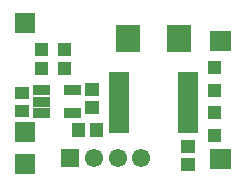
<source format=gts>
G04 Layer: TopSolderMaskLayer*
G04 EasyEDA v6.4.7, 2021-01-18T10:53:27+01:00*
G04 59e0d5d531bc4477b05e4d448ace7ff7,8dc9eacff13444d6b60fd3cb587e6cd5,05*
G04 Gerber Generator version 0.2*
G04 Scale: 100 percent, Rotated: No, Reflected: No *
G04 Dimensions in inches *
G04 leading zeros omitted , absolute positions ,2 integer and 4 decimal *
%FSLAX24Y24*%
%MOIN*%
G90*
D02*

%ADD35C,0.061150*%
%ADD39R,0.048000X0.044000*%

%LPD*%
G36*
G01X3260Y3362D02*
G01X3260Y3619D01*
G01X3929Y3619D01*
G01X3929Y3362D01*
G01X3260Y3362D01*
G37*
G36*
G01X3260Y3106D02*
G01X3260Y3362D01*
G01X3929Y3362D01*
G01X3929Y3106D01*
G01X3260Y3106D01*
G37*
G36*
G01X3260Y2850D02*
G01X3260Y3107D01*
G01X3929Y3107D01*
G01X3929Y2850D01*
G01X3260Y2850D01*
G37*
G36*
G01X3260Y2594D02*
G01X3260Y2851D01*
G01X3929Y2851D01*
G01X3929Y2594D01*
G01X3260Y2594D01*
G37*
G36*
G01X3260Y2338D02*
G01X3260Y2595D01*
G01X3929Y2595D01*
G01X3929Y2338D01*
G01X3260Y2338D01*
G37*
G36*
G01X3260Y2082D02*
G01X3260Y2339D01*
G01X3929Y2339D01*
G01X3929Y2082D01*
G01X3260Y2082D01*
G37*
G36*
G01X3260Y1826D02*
G01X3260Y2083D01*
G01X3929Y2083D01*
G01X3929Y1826D01*
G01X3260Y1826D01*
G37*
G36*
G01X3260Y1570D02*
G01X3260Y1827D01*
G01X3929Y1827D01*
G01X3929Y1570D01*
G01X3260Y1570D01*
G37*
G36*
G01X5582Y1570D02*
G01X5582Y1827D01*
G01X6252Y1827D01*
G01X6252Y1570D01*
G01X5582Y1570D01*
G37*
G36*
G01X5582Y1826D02*
G01X5582Y2083D01*
G01X6252Y2083D01*
G01X6252Y1826D01*
G01X5582Y1826D01*
G37*
G36*
G01X5582Y2082D02*
G01X5582Y2339D01*
G01X6252Y2339D01*
G01X6252Y2082D01*
G01X5582Y2082D01*
G37*
G36*
G01X5582Y2338D02*
G01X5582Y2595D01*
G01X6252Y2595D01*
G01X6252Y2338D01*
G01X5582Y2338D01*
G37*
G36*
G01X5582Y2594D02*
G01X5582Y2851D01*
G01X6252Y2851D01*
G01X6252Y2594D01*
G01X5582Y2594D01*
G37*
G36*
G01X5582Y2850D02*
G01X5582Y3107D01*
G01X6252Y3107D01*
G01X6252Y2850D01*
G01X5582Y2850D01*
G37*
G36*
G01X5582Y3106D02*
G01X5582Y3362D01*
G01X6252Y3362D01*
G01X6252Y3106D01*
G01X5582Y3106D01*
G37*
G36*
G01X5582Y3362D02*
G01X5582Y3619D01*
G01X6252Y3619D01*
G01X6252Y3362D01*
G01X5582Y3362D01*
G37*
G36*
G01X732Y2831D02*
G01X732Y3167D01*
G01X1291Y3167D01*
G01X1291Y2831D01*
G01X732Y2831D01*
G37*
G36*
G01X732Y2456D02*
G01X732Y2793D01*
G01X1291Y2793D01*
G01X1291Y2456D01*
G01X732Y2456D01*
G37*
G36*
G01X732Y2082D02*
G01X732Y2419D01*
G01X1291Y2419D01*
G01X1291Y2082D01*
G01X732Y2082D01*
G37*
G36*
G01X1762Y2082D02*
G01X1762Y2419D01*
G01X2324Y2419D01*
G01X2324Y2082D01*
G01X1762Y2082D01*
G37*
G36*
G01X1762Y2831D02*
G01X1762Y3167D01*
G01X2324Y3167D01*
G01X2324Y2831D01*
G01X1762Y2831D01*
G37*
G36*
G01X1675Y438D02*
G01X1675Y1050D01*
G01X2286Y1050D01*
G01X2286Y438D01*
G01X1675Y438D01*
G37*
G54D35*
G01X2767Y744D03*
G01X3555Y744D03*
G01X4342Y744D03*
G36*
G01X138Y4907D02*
G01X138Y5577D01*
G01X810Y5577D01*
G01X810Y4907D01*
G01X138Y4907D01*
G37*
G36*
G01X138Y1267D02*
G01X138Y1937D01*
G01X810Y1937D01*
G01X810Y1267D01*
G01X138Y1267D01*
G37*
G36*
G01X138Y202D02*
G01X138Y873D01*
G01X810Y873D01*
G01X810Y202D01*
G01X138Y202D01*
G37*
G36*
G01X6653Y4298D02*
G01X6653Y4969D01*
G01X7325Y4969D01*
G01X7325Y4298D01*
G01X6653Y4298D01*
G37*
G36*
G01X6653Y381D02*
G01X6653Y1050D01*
G01X7325Y1050D01*
G01X7325Y381D01*
G01X6653Y381D01*
G37*
G36*
G01X3510Y4285D02*
G01X3510Y5164D01*
G01X4289Y5164D01*
G01X4289Y4285D01*
G01X3510Y4285D01*
G37*
G36*
G01X5210Y4285D02*
G01X5210Y5164D01*
G01X5989Y5164D01*
G01X5989Y4285D01*
G01X5210Y4285D01*
G37*
G36*
G01X6583Y3531D02*
G01X6583Y3966D01*
G01X7016Y3966D01*
G01X7016Y3531D01*
G01X6583Y3531D01*
G37*
G36*
G01X6583Y2783D02*
G01X6583Y3218D01*
G01X7016Y3218D01*
G01X7016Y2783D01*
G01X6583Y2783D01*
G37*
G36*
G01X6583Y2031D02*
G01X6583Y2466D01*
G01X7016Y2466D01*
G01X7016Y2031D01*
G01X6583Y2031D01*
G37*
G36*
G01X6583Y1283D02*
G01X6583Y1718D01*
G01X7016Y1718D01*
G01X7016Y1283D01*
G01X6583Y1283D01*
G37*
G36*
G01X809Y4157D02*
G01X809Y4592D01*
G01X1242Y4592D01*
G01X1242Y4157D01*
G01X809Y4157D01*
G37*
G36*
G01X1557Y4157D02*
G01X1557Y4592D01*
G01X1990Y4592D01*
G01X1990Y4157D01*
G01X1557Y4157D01*
G37*
G36*
G01X809Y3507D02*
G01X809Y3942D01*
G01X1242Y3942D01*
G01X1242Y3507D01*
G01X809Y3507D01*
G37*
G36*
G01X1557Y3507D02*
G01X1557Y3942D01*
G01X1990Y3942D01*
G01X1990Y3507D01*
G01X1557Y3507D01*
G37*
G54D39*
G01X379Y2925D03*
G01X379Y2324D03*
G36*
G01X2460Y2204D02*
G01X2460Y2644D01*
G01X2939Y2644D01*
G01X2939Y2204D01*
G01X2460Y2204D01*
G37*
G36*
G01X2460Y2806D02*
G01X2460Y3245D01*
G01X2939Y3245D01*
G01X2939Y2806D01*
G01X2460Y2806D01*
G37*
G36*
G01X2028Y1435D02*
G01X2028Y1914D01*
G01X2469Y1914D01*
G01X2469Y1435D01*
G01X2028Y1435D01*
G37*
G36*
G01X2630Y1435D02*
G01X2630Y1914D01*
G01X3071Y1914D01*
G01X3071Y1435D01*
G01X2630Y1435D01*
G37*
G36*
G01X5660Y304D02*
G01X5660Y743D01*
G01X6139Y743D01*
G01X6139Y304D01*
G01X5660Y304D01*
G37*
G36*
G01X5660Y906D02*
G01X5660Y1345D01*
G01X6139Y1345D01*
G01X6139Y906D01*
G01X5660Y906D01*
G37*
M00*
M02*

</source>
